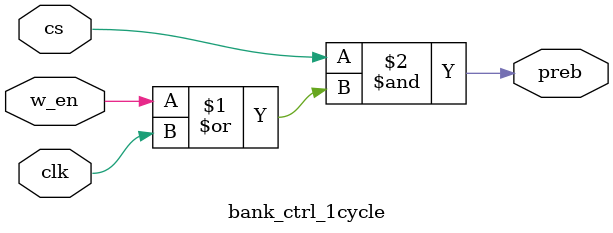
<source format=v>
module bank_ctrl_1cycle (
    input  clk,
    input  w_en,    
    input  cs,
    output preb
);
    assign preb = cs & (w_en | clk);
    

endmodule
</source>
